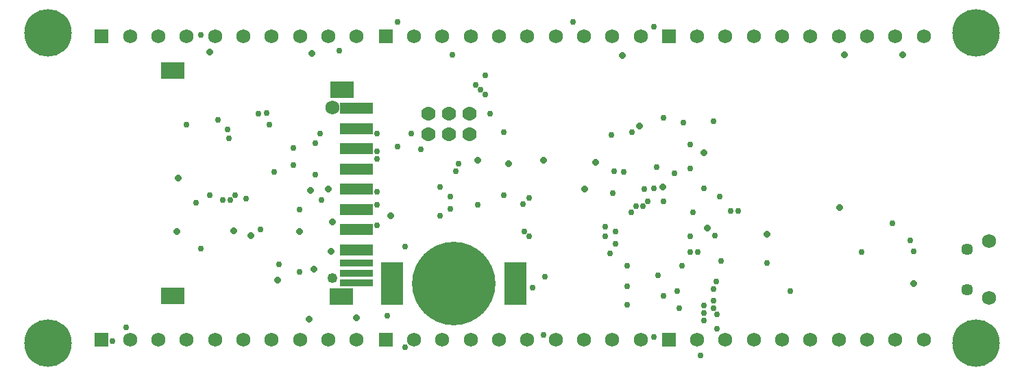
<source format=gbs>
G75*
%MOIN*%
%OFA0B0*%
%FSLAX25Y25*%
%IPPOS*%
%LPD*%
%AMOC8*
5,1,8,0,0,1.08239X$1,22.5*
%
%ADD10C,0.06991*%
%ADD11R,0.06890X0.06890*%
%ADD12C,0.06890*%
%ADD13R,0.11614X0.08465*%
%ADD14R,0.16339X0.03346*%
%ADD15R,0.16339X0.05315*%
%ADD16C,0.04921*%
%ADD17C,0.05709*%
%ADD18R,0.10591X0.20591*%
%ADD19C,0.40591*%
%ADD20C,0.02972*%
%ADD21OC8,0.03150*%
%ADD22C,0.23091*%
D10*
X0199961Y0120906D03*
X0209961Y0120906D03*
X0219961Y0120906D03*
X0219961Y0130906D03*
X0209961Y0130906D03*
X0199961Y0130906D03*
D11*
X0179253Y0168426D03*
X0316851Y0168426D03*
X0041064Y0168426D03*
X0041064Y0020788D03*
X0179253Y0020788D03*
X0316851Y0020788D03*
D12*
X0303269Y0020788D03*
X0289489Y0020788D03*
X0275709Y0020788D03*
X0261930Y0020788D03*
X0248150Y0020788D03*
X0234371Y0020788D03*
X0220591Y0020788D03*
X0206812Y0020788D03*
X0193032Y0020788D03*
X0165080Y0020788D03*
X0151300Y0020788D03*
X0137520Y0020788D03*
X0123741Y0020788D03*
X0109961Y0020788D03*
X0096182Y0020788D03*
X0082402Y0020788D03*
X0068623Y0020788D03*
X0054843Y0020788D03*
X0330631Y0020788D03*
X0344410Y0020788D03*
X0358190Y0020788D03*
X0371969Y0020788D03*
X0385749Y0020788D03*
X0399528Y0020788D03*
X0413308Y0020788D03*
X0427087Y0020788D03*
X0440867Y0020788D03*
X0472757Y0041261D03*
X0472757Y0068820D03*
X0440867Y0168426D03*
X0427087Y0168426D03*
X0413308Y0168426D03*
X0399528Y0168426D03*
X0385749Y0168426D03*
X0371969Y0168426D03*
X0358190Y0168426D03*
X0344410Y0168426D03*
X0330631Y0168426D03*
X0303269Y0168426D03*
X0289489Y0168426D03*
X0275709Y0168426D03*
X0261930Y0168426D03*
X0248150Y0168426D03*
X0234371Y0168426D03*
X0220591Y0168426D03*
X0206812Y0168426D03*
X0193032Y0168426D03*
X0165080Y0168426D03*
X0151300Y0168426D03*
X0137520Y0168426D03*
X0123741Y0168426D03*
X0109961Y0168426D03*
X0096182Y0168426D03*
X0082402Y0168426D03*
X0068623Y0168426D03*
X0054843Y0168426D03*
X0153269Y0133780D03*
D13*
X0157993Y0142442D03*
X0075709Y0151891D03*
X0075709Y0042048D03*
X0157599Y0041654D03*
D14*
X0165080Y0048347D03*
X0165080Y0053072D03*
X0165080Y0058190D03*
D15*
X0165080Y0064489D03*
X0165080Y0074331D03*
X0165080Y0084174D03*
X0165080Y0094017D03*
X0165080Y0103859D03*
X0165080Y0113702D03*
X0165080Y0123544D03*
X0165080Y0133387D03*
D16*
X0153269Y0050709D03*
D17*
X0462127Y0045198D03*
X0462127Y0064883D03*
D18*
X0242324Y0047954D03*
X0182324Y0047954D03*
D19*
X0212324Y0047954D03*
D20*
X0179843Y0032599D03*
X0188702Y0017245D03*
X0256024Y0023150D03*
X0296772Y0037914D03*
X0314489Y0042048D03*
X0320985Y0044410D03*
X0333977Y0037324D03*
X0338702Y0036143D03*
X0333977Y0033780D03*
X0340473Y0033190D03*
X0333977Y0030237D03*
X0340473Y0026103D03*
X0322166Y0036143D03*
X0338702Y0039686D03*
X0338702Y0045591D03*
X0339883Y0049135D03*
X0323347Y0056812D03*
X0311536Y0052087D03*
X0296772Y0056812D03*
X0288505Y0062717D03*
X0290867Y0067442D03*
X0286143Y0070985D03*
X0290867Y0073347D03*
X0286143Y0075709D03*
X0298544Y0082796D03*
X0300906Y0085749D03*
X0304450Y0085749D03*
X0306812Y0088111D03*
X0314489Y0088111D03*
X0305040Y0094017D03*
X0309765Y0094607D03*
X0319804Y0101694D03*
X0327481Y0104056D03*
X0310946Y0104646D03*
X0295001Y0102284D03*
X0290276Y0102875D03*
X0289686Y0092245D03*
X0328662Y0082796D03*
X0346969Y0083387D03*
X0350513Y0083387D03*
X0341654Y0090473D03*
X0333977Y0094607D03*
X0327481Y0115867D03*
X0299135Y0121772D03*
X0289095Y0120591D03*
X0314489Y0128859D03*
X0323938Y0126497D03*
X0338702Y0127087D03*
X0248938Y0089883D03*
X0245985Y0086930D03*
X0236536Y0091064D03*
X0224135Y0086339D03*
X0210552Y0084568D03*
X0205828Y0081024D03*
X0210552Y0090473D03*
X0205828Y0095198D03*
X0213505Y0102875D03*
X0214686Y0106418D03*
X0196379Y0113505D03*
X0185158Y0114686D03*
X0175119Y0112324D03*
X0175119Y0108780D03*
X0145001Y0101103D03*
X0134371Y0105828D03*
X0124922Y0102284D03*
X0134371Y0114095D03*
X0145001Y0116457D03*
X0147363Y0121182D03*
X0122560Y0125316D03*
X0121379Y0131221D03*
X0117245Y0130631D03*
X0102481Y0122954D03*
X0103072Y0118820D03*
X0097757Y0127678D03*
X0082402Y0125316D03*
X0093623Y0091064D03*
X0100119Y0088702D03*
X0103662Y0088702D03*
X0111339Y0089292D03*
X0106024Y0091064D03*
X0087127Y0087520D03*
X0118426Y0074528D03*
X0137324Y0083977D03*
X0147954Y0088702D03*
X0175119Y0086339D03*
X0175119Y0092835D03*
X0175119Y0076300D03*
X0188702Y0066261D03*
X0137324Y0053859D03*
X0127284Y0057402D03*
X0089489Y0065080D03*
X0052875Y0026694D03*
X0046379Y0020198D03*
X0246576Y0073347D03*
X0248938Y0070985D03*
X0256615Y0051497D03*
X0250709Y0046182D03*
X0296772Y0046772D03*
X0327481Y0063308D03*
X0331024Y0063308D03*
X0342245Y0059174D03*
X0364686Y0057993D03*
X0339292Y0071576D03*
X0327481Y0070985D03*
X0375906Y0044410D03*
X0410749Y0063308D03*
X0434371Y0069213D03*
X0436143Y0063898D03*
X0425513Y0077481D03*
X0309765Y0021969D03*
X0332206Y0013111D03*
X0236536Y0121772D03*
X0230040Y0130631D03*
X0227678Y0140080D03*
X0225316Y0142442D03*
X0222954Y0144804D03*
X0227678Y0149528D03*
X0211733Y0159568D03*
X0185158Y0175513D03*
X0156812Y0161339D03*
X0089489Y0169017D03*
X0175119Y0121182D03*
X0191654Y0121182D03*
X0309765Y0173150D03*
X0270198Y0175513D03*
D21*
X0294410Y0158977D03*
X0302678Y0124725D03*
X0333977Y0111733D03*
X0313898Y0095198D03*
X0281418Y0107009D03*
X0256024Y0108190D03*
X0238898Y0106418D03*
X0224135Y0108190D03*
X0276103Y0094017D03*
X0335749Y0075119D03*
X0364686Y0072166D03*
X0400119Y0085158D03*
X0436143Y0047954D03*
X0181615Y0081024D03*
X0153269Y0078072D03*
X0137324Y0073347D03*
X0152678Y0063898D03*
X0144410Y0055040D03*
X0126694Y0049725D03*
X0142048Y0030828D03*
X0165080Y0031418D03*
X0113702Y0071576D03*
X0105434Y0073938D03*
X0077678Y0073347D03*
X0078269Y0099331D03*
X0142639Y0093426D03*
X0151497Y0094017D03*
X0143229Y0160158D03*
X0093623Y0160749D03*
X0402481Y0159568D03*
X0430828Y0159568D03*
D22*
X0015080Y0019017D03*
X0015080Y0170198D03*
X0466261Y0170198D03*
X0466261Y0019017D03*
M02*

</source>
